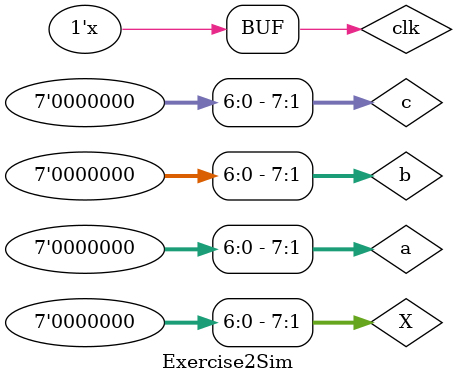
<source format=v>
`timescale 1ns / 1ps

module Exercise2Sim(

    );
    
    reg [7:0]X,a,b,c;
    reg clk;
    wire [10:0]Y;
    Exercise2 dut (
        .X(X),
        .a(a),
        .b(b),
        .c(c),
        .clk(clk),
        .Y(Y)
    );

    always #5 clk = ~clk;

    initial begin
        clk=0;
        X = $random;
        a = $random;
        b = $random;
        c = $random;


        repeat (10) begin
            #10
            X = $random;
            a = $random;
            b = $random;
            c = $random;
            
        end

    end
endmodule

</source>
